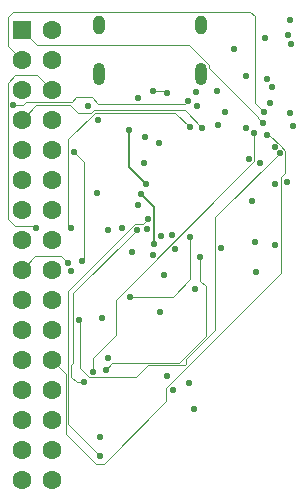
<source format=gbr>
%TF.GenerationSoftware,KiCad,Pcbnew,8.0.1*%
%TF.CreationDate,2024-04-25T23:54:08-05:00*%
%TF.ProjectId,Final Projeco,46696e61-6c20-4507-926f-6a65636f2e6b,rev?*%
%TF.SameCoordinates,Original*%
%TF.FileFunction,Copper,L4,Inr*%
%TF.FilePolarity,Positive*%
%FSLAX46Y46*%
G04 Gerber Fmt 4.6, Leading zero omitted, Abs format (unit mm)*
G04 Created by KiCad (PCBNEW 8.0.1) date 2024-04-25 23:54:08*
%MOMM*%
%LPD*%
G01*
G04 APERTURE LIST*
%TA.AperFunction,ComponentPad*%
%ADD10O,1.000000X1.900000*%
%TD*%
%TA.AperFunction,ComponentPad*%
%ADD11O,1.000000X1.600000*%
%TD*%
%TA.AperFunction,ComponentPad*%
%ADD12R,1.600000X1.600000*%
%TD*%
%TA.AperFunction,ComponentPad*%
%ADD13C,1.600000*%
%TD*%
%TA.AperFunction,ViaPad*%
%ADD14C,0.560000*%
%TD*%
%TA.AperFunction,Conductor*%
%ADD15C,0.119400*%
%TD*%
%TA.AperFunction,Conductor*%
%ADD16C,0.090000*%
%TD*%
%TA.AperFunction,Conductor*%
%ADD17C,0.150000*%
%TD*%
G04 APERTURE END LIST*
D10*
%TO.N,GND*%
%TO.C,U2*%
X42419941Y-21805131D03*
X33779859Y-21805131D03*
D11*
X33779859Y-17625044D03*
X42419941Y-17625044D03*
%TD*%
D12*
%TO.N,/GPIO12*%
%TO.C,U7*%
X27209997Y-18049962D03*
D13*
%TO.N,GND*%
X29750003Y-18049962D03*
%TO.N,/GPIO13*%
X27209997Y-20589967D03*
%TO.N,VDD3P3*%
X29750003Y-20589967D03*
%TO.N,/GPIO14*%
X27209997Y-23129972D03*
%TO.N,/GPIO0{slash}BOOT*%
X29750003Y-23129972D03*
%TO.N,/GPIO15*%
X27209997Y-25669977D03*
%TO.N,/GPIO1*%
X29750003Y-25669977D03*
%TO.N,/GPIO16*%
X27209997Y-28209982D03*
%TO.N,/GPIO2*%
X29750003Y-28209982D03*
%TO.N,/GPIO17*%
X27209997Y-30749987D03*
%TO.N,/GPIO3*%
X29750003Y-30749987D03*
%TO.N,/GPIO18*%
X27209997Y-33289992D03*
%TO.N,/GPIO4*%
X29750003Y-33289992D03*
%TO.N,/GPIO21*%
X27209997Y-35829997D03*
%TO.N,/GPIO5*%
X29750003Y-35829997D03*
%TO.N,/GPIO38*%
X27209997Y-38370003D03*
%TO.N,/GPIO6*%
X29750003Y-38370003D03*
%TO.N,/GPIO45*%
X27209997Y-40910008D03*
%TO.N,/GPIO7*%
X29750003Y-40910008D03*
%TO.N,/GPIO46*%
X27209997Y-43450013D03*
%TO.N,/GPIO8*%
X29750003Y-43450013D03*
%TO.N,/GPIO33*%
X27209997Y-45990018D03*
%TO.N,/GPIO9*%
X29750003Y-45990018D03*
%TO.N,/GPIO34*%
X27209997Y-48530023D03*
%TO.N,/GPIO10*%
X29750003Y-48530023D03*
%TO.N,/GPIO35*%
X27209997Y-51070028D03*
%TO.N,/GPIO11*%
X29750003Y-51070028D03*
%TO.N,/GPIO36*%
X27209997Y-53610033D03*
%TO.N,VDD3P3*%
X29750003Y-53610033D03*
%TO.N,/GPIO37*%
X27209997Y-56150038D03*
%TO.N,GND*%
X29750003Y-56150038D03*
%TD*%
D14*
%TO.N,GND*%
X39300000Y-38800000D03*
X44400000Y-25000000D03*
X45200000Y-19700000D03*
X47100000Y-38600000D03*
X41900000Y-40000000D03*
X46200000Y-22020000D03*
X32870000Y-24500000D03*
X39500000Y-47400000D03*
X49900000Y-17200000D03*
X48630000Y-28010000D03*
X37050000Y-23870000D03*
X35730000Y-34820000D03*
X36570000Y-36850000D03*
X42000000Y-23300000D03*
X47840000Y-18790000D03*
X48700000Y-31100000D03*
X34000000Y-42500000D03*
X48700000Y-36300000D03*
X44063800Y-36500000D03*
X41800000Y-50200000D03*
%TO.N,VDD3P3*%
X38900000Y-42000000D03*
X50000000Y-19300000D03*
X46950000Y-36050000D03*
X43840000Y-26110000D03*
X46700000Y-32600000D03*
X49800000Y-18500000D03*
X37700000Y-27140000D03*
X40200000Y-36600000D03*
%TO.N,/GPIO4*%
X48430000Y-22910000D03*
%TO.N,/GPIO1*%
X50220000Y-26240000D03*
%TO.N,/GPIO3*%
X47970000Y-22200000D03*
%TO.N,/GPIO2*%
X49910000Y-25100000D03*
%TO.N,/RESET*%
X49670000Y-30980000D03*
X38330000Y-37120000D03*
%TO.N,/USB_D+*%
X38350100Y-23250100D03*
X39500100Y-23400000D03*
%TO.N,/SPICS1*%
X38881400Y-27642300D03*
X33621800Y-31918200D03*
%TO.N,/GPIO8*%
X34555000Y-45855000D03*
X46447700Y-28981100D03*
%TO.N,/GPIO13*%
X47730000Y-25000000D03*
%TO.N,/GPIO5*%
X48260000Y-24290000D03*
%TO.N,/SPID*%
X36320000Y-26530000D03*
X37750000Y-31117600D03*
%TO.N,Net-(U4-VCC)*%
X32320000Y-37620000D03*
X31620000Y-28440000D03*
X31433800Y-38481600D03*
%TO.N,/GPIO7*%
X49100600Y-28477100D03*
X32110000Y-42600000D03*
%TO.N,/GPIO6*%
X47396700Y-29303000D03*
%TO.N,/GPIO38*%
X41470000Y-35600000D03*
X31130900Y-37820600D03*
X39910000Y-35450000D03*
X36420000Y-40670000D03*
%TO.N,/GPIO11*%
X46190000Y-26350000D03*
%TO.N,/GPIO18*%
X31440000Y-34890000D03*
X41460000Y-26310000D03*
%TO.N,/GPIO14*%
X43760000Y-23290000D03*
%TO.N,/GPIO12*%
X47650000Y-25950000D03*
%TO.N,/GPIO10*%
X33250000Y-47000000D03*
X46910000Y-26810000D03*
%TO.N,/SPICLK_GPIO47*%
X38440000Y-36230000D03*
X37348800Y-31948800D03*
%TO.N,/GPIO0{slash}BOOT*%
X28440000Y-34870000D03*
X40070000Y-48560000D03*
X41420000Y-47930000D03*
%TO.N,/GPIO46*%
X42310000Y-37300000D03*
X34320000Y-46860000D03*
%TO.N,/SPIWP*%
X37580000Y-29370000D03*
X34530000Y-34980000D03*
%TO.N,/GPIO9*%
X48002700Y-26954100D03*
%TO.N,/GPIO17*%
X41291300Y-24081700D03*
X26510000Y-24430000D03*
%TO.N,/GPIO33*%
X37100000Y-32940000D03*
%TO.N,/GPIO16*%
X42089800Y-24511200D03*
X33680000Y-25740000D03*
%TO.N,/GPIO15*%
X42516500Y-26346100D03*
%TO.N,/GPIO35*%
X37810000Y-34920000D03*
%TO.N,/GPIO34*%
X36975000Y-34975000D03*
X32520000Y-47910000D03*
%TO.N,/GPIO37*%
X33820000Y-52560000D03*
X38994900Y-35560000D03*
%TO.N,/GPIO36*%
X33880000Y-54150000D03*
X37885000Y-34100000D03*
%TD*%
D15*
%TO.N,/USB_D+*%
X39350200Y-23250100D02*
X39500100Y-23400000D01*
X38350100Y-23250100D02*
X39350200Y-23250100D01*
D16*
%TO.N,/GPIO13*%
X47730000Y-25000000D02*
X46980000Y-24250000D01*
X26475000Y-16545000D02*
X26045000Y-16975000D01*
X46980000Y-16940000D02*
X46585000Y-16545000D01*
X46980000Y-24250000D02*
X46980000Y-16940000D01*
X26045000Y-19424970D02*
X27209997Y-20589967D01*
X46585000Y-16545000D02*
X26475000Y-16545000D01*
X26045000Y-16975000D02*
X26045000Y-19424970D01*
D17*
%TO.N,/SPID*%
X36320000Y-29687600D02*
X36320000Y-26530000D01*
X37750000Y-31117600D02*
X36320000Y-29687600D01*
D16*
%TO.N,Net-(U4-VCC)*%
X32480000Y-29300000D02*
X32480000Y-37460000D01*
X31620000Y-28440000D02*
X32480000Y-29300000D01*
X32480000Y-37460000D02*
X32320000Y-37620000D01*
%TO.N,/GPIO7*%
X36895000Y-47465000D02*
X32895000Y-47465000D01*
X37420000Y-46940000D02*
X36895000Y-47465000D01*
X49100600Y-28477100D02*
X43618800Y-33958900D01*
X37885000Y-46475000D02*
X37420000Y-46940000D01*
X41140000Y-45960000D02*
X41140000Y-46389326D01*
X32120000Y-46690000D02*
X32120000Y-42610000D01*
X32120000Y-42610000D02*
X32110000Y-42600000D01*
X43618800Y-43481200D02*
X41140000Y-45960000D01*
X43618800Y-33958900D02*
X43618800Y-43481200D01*
X32895000Y-47465000D02*
X32120000Y-46690000D01*
X41054326Y-46475000D02*
X37885000Y-46475000D01*
X41140000Y-46389326D02*
X41054326Y-46475000D01*
%TO.N,/GPIO38*%
X28340000Y-37240000D02*
X27210000Y-38370000D01*
X41510000Y-35640000D02*
X41470000Y-35600000D01*
X30550300Y-37240000D02*
X28340000Y-37240000D01*
X41510000Y-39160000D02*
X41510000Y-35640000D01*
X36420000Y-40670000D02*
X40000000Y-40670000D01*
X31130900Y-37820600D02*
X30550300Y-37240000D01*
X40000000Y-40670000D02*
X41510000Y-39160000D01*
%TO.N,/GPIO18*%
X40230000Y-25080000D02*
X41460000Y-26310000D01*
X33420000Y-25080000D02*
X40230000Y-25080000D01*
X31440000Y-34890000D02*
X31175000Y-34625000D01*
X31175000Y-34625000D02*
X31175000Y-27325000D01*
X31175000Y-27325000D02*
X33420000Y-25080000D01*
%TO.N,/GPIO12*%
X47650000Y-25950000D02*
X47235000Y-25535000D01*
X41357078Y-19380100D02*
X28540100Y-19380100D01*
X43064941Y-21087963D02*
X41357078Y-19380100D01*
X47235000Y-25475000D02*
X43064941Y-21304941D01*
X43064941Y-21304941D02*
X43064941Y-21087963D01*
X47235000Y-25535000D02*
X47235000Y-25475000D01*
X28540100Y-19380100D02*
X27210000Y-18050000D01*
%TO.N,/GPIO10*%
X46910000Y-29169300D02*
X46910000Y-26810000D01*
X35169300Y-40910000D02*
X46910000Y-29169300D01*
X33250000Y-45850000D02*
X35169300Y-43930700D01*
X35169300Y-43930700D02*
X35169300Y-40910000D01*
X33250000Y-47000000D02*
X33250000Y-45850000D01*
D17*
%TO.N,/SPICLK_GPIO47*%
X38440000Y-33040000D02*
X38440000Y-36230000D01*
X37348800Y-31948800D02*
X38440000Y-33040000D01*
D16*
%TO.N,/GPIO0{slash}BOOT*%
X26690000Y-21930000D02*
X28550031Y-21930000D01*
X26065000Y-22555000D02*
X26690000Y-21930000D01*
X28440000Y-34870000D02*
X28260000Y-34690000D01*
X26680000Y-34690000D02*
X26065000Y-34075000D01*
X28550031Y-21930000D02*
X29750003Y-23129972D01*
X26065000Y-34075000D02*
X26065000Y-22555000D01*
X28260000Y-34690000D02*
X26680000Y-34690000D01*
%TO.N,/GPIO46*%
X42070650Y-44760650D02*
X40546300Y-46285000D01*
X34895000Y-46285000D02*
X34320000Y-46860000D01*
X42345000Y-37335000D02*
X42345000Y-39305000D01*
X38860000Y-46285000D02*
X34895000Y-46285000D01*
X42820000Y-44011300D02*
X42070650Y-44760650D01*
X40546300Y-46285000D02*
X38860000Y-46285000D01*
X42310000Y-37300000D02*
X42345000Y-37335000D01*
X42345000Y-39305000D02*
X42820000Y-39780000D01*
X42820000Y-39780000D02*
X42820000Y-44011300D01*
%TO.N,/GPIO9*%
X34150000Y-54820000D02*
X33490000Y-54820000D01*
X39470000Y-48370000D02*
X39470000Y-49500000D01*
X49143500Y-27890674D02*
X49545600Y-28292774D01*
X30950000Y-47190015D02*
X29750003Y-45990018D01*
X33490000Y-54820000D02*
X30950000Y-52280000D01*
X49145000Y-38695000D02*
X39470000Y-48370000D01*
X48203426Y-26954100D02*
X49140000Y-27890674D01*
X49145000Y-30555000D02*
X49145000Y-38695000D01*
X49140000Y-27890674D02*
X49143500Y-27890674D01*
X48002700Y-26954100D02*
X48203426Y-26954100D01*
X39470000Y-49500000D02*
X34150000Y-54820000D01*
X30950000Y-52280000D02*
X30950000Y-47190015D01*
X49545600Y-30154400D02*
X49145000Y-30555000D01*
X49545600Y-28292774D02*
X49545600Y-30154400D01*
%TO.N,/GPIO17*%
X26530000Y-24410000D02*
X27340000Y-24410000D01*
X33675200Y-24313200D02*
X33160900Y-23798900D01*
X33160900Y-23798900D02*
X31843900Y-23798900D01*
X41291300Y-24081700D02*
X41059800Y-24313200D01*
X31477500Y-24165300D02*
X27840000Y-24165300D01*
X41059800Y-24313200D02*
X33675200Y-24313200D01*
X27340000Y-24410000D02*
X27584700Y-24165300D01*
X26510000Y-24430000D02*
X26530000Y-24410000D01*
X31843900Y-23798900D02*
X31477500Y-24165300D01*
X27584700Y-24165300D02*
X27840000Y-24165300D01*
%TO.N,/GPIO15*%
X31300000Y-24420000D02*
X31990000Y-25110000D01*
X27210000Y-25670000D02*
X28460000Y-24420000D01*
X33100000Y-25110000D02*
X33341300Y-24868700D01*
X28460000Y-24420000D02*
X31300000Y-24420000D01*
X33341300Y-24868700D02*
X41039100Y-24868700D01*
X31990000Y-25110000D02*
X33100000Y-25110000D01*
X41039100Y-24868700D02*
X42516500Y-26346100D01*
%TO.N,/GPIO34*%
X36975000Y-34975000D02*
X31575000Y-40375000D01*
X31430000Y-46460000D02*
X31430000Y-47440000D01*
X31575000Y-46315000D02*
X31430000Y-46460000D01*
X31430000Y-47440000D02*
X31900000Y-47910000D01*
X31900000Y-47910000D02*
X32520000Y-47910000D01*
X31575000Y-40375000D02*
X31575000Y-46315000D01*
%TO.N,/GPIO36*%
X36850700Y-34470000D02*
X31140000Y-40180700D01*
X37885000Y-34100000D02*
X37515000Y-34470000D01*
X31140000Y-51410000D02*
X33880000Y-54150000D01*
X31140000Y-40180700D02*
X31140000Y-51410000D01*
X37515000Y-34470000D02*
X36850700Y-34470000D01*
%TD*%
M02*

</source>
